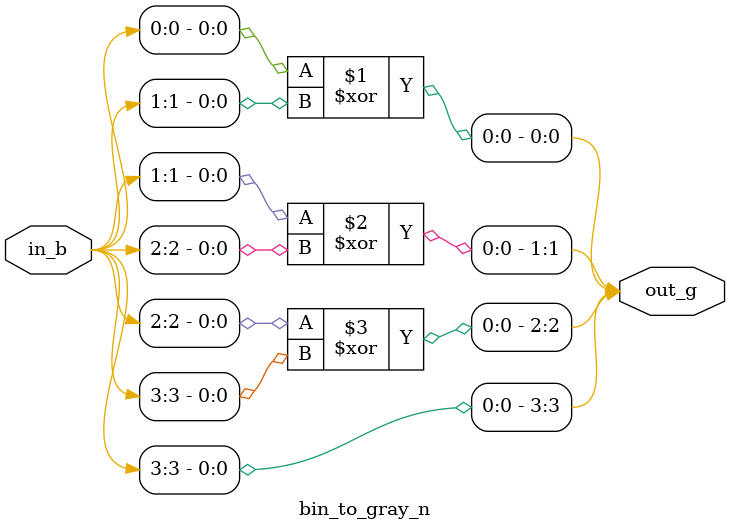
<source format=v>
`timescale 1ns / 1ps


module  bin_to_gray_n #(
    parameter n = 4
    )(
        input [n-1:0] in_b,
        output [n-1:0] out_g
    );
    
    genvar i;
    
    generate for (i=0; i < n-1; i = i+1) 
    begin
        assign out_g[i] = in_b[i] ^ in_b[i+1];
    end
    endgenerate
    assign out_g[n-1] = in_b[n-1];
endmodule

</source>
